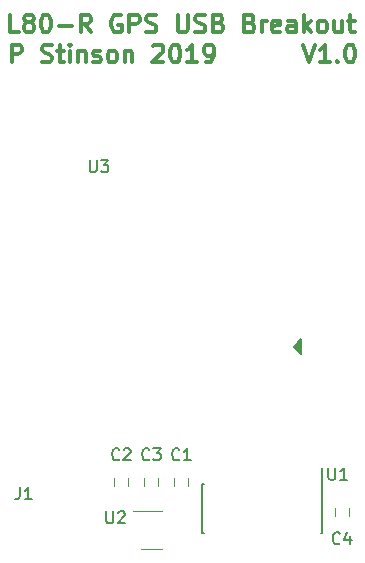
<source format=gto>
G04 #@! TF.FileFunction,Legend,Top*
%FSLAX46Y46*%
G04 Gerber Fmt 4.6, Leading zero omitted, Abs format (unit mm)*
G04 Created by KiCad (PCBNEW 4.0.7) date 07/18/19 16:41:38*
%MOMM*%
%LPD*%
G01*
G04 APERTURE LIST*
%ADD10C,0.100000*%
%ADD11C,0.300000*%
%ADD12C,0.150000*%
%ADD13C,0.120000*%
G04 APERTURE END LIST*
D10*
D11*
X155067286Y-80458571D02*
X155567286Y-81958571D01*
X156067286Y-80458571D01*
X157353000Y-81958571D02*
X156495857Y-81958571D01*
X156924429Y-81958571D02*
X156924429Y-80458571D01*
X156781572Y-80672857D01*
X156638714Y-80815714D01*
X156495857Y-80887143D01*
X157995857Y-81815714D02*
X158067285Y-81887143D01*
X157995857Y-81958571D01*
X157924428Y-81887143D01*
X157995857Y-81815714D01*
X157995857Y-81958571D01*
X158995857Y-80458571D02*
X159138714Y-80458571D01*
X159281571Y-80530000D01*
X159353000Y-80601429D01*
X159424429Y-80744286D01*
X159495857Y-81030000D01*
X159495857Y-81387143D01*
X159424429Y-81672857D01*
X159353000Y-81815714D01*
X159281571Y-81887143D01*
X159138714Y-81958571D01*
X158995857Y-81958571D01*
X158853000Y-81887143D01*
X158781571Y-81815714D01*
X158710143Y-81672857D01*
X158638714Y-81387143D01*
X158638714Y-81030000D01*
X158710143Y-80744286D01*
X158781571Y-80601429D01*
X158853000Y-80530000D01*
X158995857Y-80458571D01*
X130402287Y-81958571D02*
X130402287Y-80458571D01*
X130973715Y-80458571D01*
X131116573Y-80530000D01*
X131188001Y-80601429D01*
X131259430Y-80744286D01*
X131259430Y-80958571D01*
X131188001Y-81101429D01*
X131116573Y-81172857D01*
X130973715Y-81244286D01*
X130402287Y-81244286D01*
X132973715Y-81887143D02*
X133188001Y-81958571D01*
X133545144Y-81958571D01*
X133688001Y-81887143D01*
X133759430Y-81815714D01*
X133830858Y-81672857D01*
X133830858Y-81530000D01*
X133759430Y-81387143D01*
X133688001Y-81315714D01*
X133545144Y-81244286D01*
X133259430Y-81172857D01*
X133116572Y-81101429D01*
X133045144Y-81030000D01*
X132973715Y-80887143D01*
X132973715Y-80744286D01*
X133045144Y-80601429D01*
X133116572Y-80530000D01*
X133259430Y-80458571D01*
X133616572Y-80458571D01*
X133830858Y-80530000D01*
X134259429Y-80958571D02*
X134830858Y-80958571D01*
X134473715Y-80458571D02*
X134473715Y-81744286D01*
X134545143Y-81887143D01*
X134688001Y-81958571D01*
X134830858Y-81958571D01*
X135330858Y-81958571D02*
X135330858Y-80958571D01*
X135330858Y-80458571D02*
X135259429Y-80530000D01*
X135330858Y-80601429D01*
X135402286Y-80530000D01*
X135330858Y-80458571D01*
X135330858Y-80601429D01*
X136045144Y-80958571D02*
X136045144Y-81958571D01*
X136045144Y-81101429D02*
X136116572Y-81030000D01*
X136259430Y-80958571D01*
X136473715Y-80958571D01*
X136616572Y-81030000D01*
X136688001Y-81172857D01*
X136688001Y-81958571D01*
X137330858Y-81887143D02*
X137473715Y-81958571D01*
X137759430Y-81958571D01*
X137902287Y-81887143D01*
X137973715Y-81744286D01*
X137973715Y-81672857D01*
X137902287Y-81530000D01*
X137759430Y-81458571D01*
X137545144Y-81458571D01*
X137402287Y-81387143D01*
X137330858Y-81244286D01*
X137330858Y-81172857D01*
X137402287Y-81030000D01*
X137545144Y-80958571D01*
X137759430Y-80958571D01*
X137902287Y-81030000D01*
X138830859Y-81958571D02*
X138688001Y-81887143D01*
X138616573Y-81815714D01*
X138545144Y-81672857D01*
X138545144Y-81244286D01*
X138616573Y-81101429D01*
X138688001Y-81030000D01*
X138830859Y-80958571D01*
X139045144Y-80958571D01*
X139188001Y-81030000D01*
X139259430Y-81101429D01*
X139330859Y-81244286D01*
X139330859Y-81672857D01*
X139259430Y-81815714D01*
X139188001Y-81887143D01*
X139045144Y-81958571D01*
X138830859Y-81958571D01*
X139973716Y-80958571D02*
X139973716Y-81958571D01*
X139973716Y-81101429D02*
X140045144Y-81030000D01*
X140188002Y-80958571D01*
X140402287Y-80958571D01*
X140545144Y-81030000D01*
X140616573Y-81172857D01*
X140616573Y-81958571D01*
X142402287Y-80601429D02*
X142473716Y-80530000D01*
X142616573Y-80458571D01*
X142973716Y-80458571D01*
X143116573Y-80530000D01*
X143188002Y-80601429D01*
X143259430Y-80744286D01*
X143259430Y-80887143D01*
X143188002Y-81101429D01*
X142330859Y-81958571D01*
X143259430Y-81958571D01*
X144188001Y-80458571D02*
X144330858Y-80458571D01*
X144473715Y-80530000D01*
X144545144Y-80601429D01*
X144616573Y-80744286D01*
X144688001Y-81030000D01*
X144688001Y-81387143D01*
X144616573Y-81672857D01*
X144545144Y-81815714D01*
X144473715Y-81887143D01*
X144330858Y-81958571D01*
X144188001Y-81958571D01*
X144045144Y-81887143D01*
X143973715Y-81815714D01*
X143902287Y-81672857D01*
X143830858Y-81387143D01*
X143830858Y-81030000D01*
X143902287Y-80744286D01*
X143973715Y-80601429D01*
X144045144Y-80530000D01*
X144188001Y-80458571D01*
X146116572Y-81958571D02*
X145259429Y-81958571D01*
X145688001Y-81958571D02*
X145688001Y-80458571D01*
X145545144Y-80672857D01*
X145402286Y-80815714D01*
X145259429Y-80887143D01*
X146830857Y-81958571D02*
X147116572Y-81958571D01*
X147259429Y-81887143D01*
X147330857Y-81815714D01*
X147473715Y-81601429D01*
X147545143Y-81315714D01*
X147545143Y-80744286D01*
X147473715Y-80601429D01*
X147402286Y-80530000D01*
X147259429Y-80458571D01*
X146973715Y-80458571D01*
X146830857Y-80530000D01*
X146759429Y-80601429D01*
X146688000Y-80744286D01*
X146688000Y-81101429D01*
X146759429Y-81244286D01*
X146830857Y-81315714D01*
X146973715Y-81387143D01*
X147259429Y-81387143D01*
X147402286Y-81315714D01*
X147473715Y-81244286D01*
X147545143Y-81101429D01*
X131030001Y-79418571D02*
X130315715Y-79418571D01*
X130315715Y-77918571D01*
X131744287Y-78561429D02*
X131601429Y-78490000D01*
X131530001Y-78418571D01*
X131458572Y-78275714D01*
X131458572Y-78204286D01*
X131530001Y-78061429D01*
X131601429Y-77990000D01*
X131744287Y-77918571D01*
X132030001Y-77918571D01*
X132172858Y-77990000D01*
X132244287Y-78061429D01*
X132315715Y-78204286D01*
X132315715Y-78275714D01*
X132244287Y-78418571D01*
X132172858Y-78490000D01*
X132030001Y-78561429D01*
X131744287Y-78561429D01*
X131601429Y-78632857D01*
X131530001Y-78704286D01*
X131458572Y-78847143D01*
X131458572Y-79132857D01*
X131530001Y-79275714D01*
X131601429Y-79347143D01*
X131744287Y-79418571D01*
X132030001Y-79418571D01*
X132172858Y-79347143D01*
X132244287Y-79275714D01*
X132315715Y-79132857D01*
X132315715Y-78847143D01*
X132244287Y-78704286D01*
X132172858Y-78632857D01*
X132030001Y-78561429D01*
X133244286Y-77918571D02*
X133387143Y-77918571D01*
X133530000Y-77990000D01*
X133601429Y-78061429D01*
X133672858Y-78204286D01*
X133744286Y-78490000D01*
X133744286Y-78847143D01*
X133672858Y-79132857D01*
X133601429Y-79275714D01*
X133530000Y-79347143D01*
X133387143Y-79418571D01*
X133244286Y-79418571D01*
X133101429Y-79347143D01*
X133030000Y-79275714D01*
X132958572Y-79132857D01*
X132887143Y-78847143D01*
X132887143Y-78490000D01*
X132958572Y-78204286D01*
X133030000Y-78061429D01*
X133101429Y-77990000D01*
X133244286Y-77918571D01*
X134387143Y-78847143D02*
X135530000Y-78847143D01*
X137101429Y-79418571D02*
X136601429Y-78704286D01*
X136244286Y-79418571D02*
X136244286Y-77918571D01*
X136815714Y-77918571D01*
X136958572Y-77990000D01*
X137030000Y-78061429D01*
X137101429Y-78204286D01*
X137101429Y-78418571D01*
X137030000Y-78561429D01*
X136958572Y-78632857D01*
X136815714Y-78704286D01*
X136244286Y-78704286D01*
X139672857Y-77990000D02*
X139530000Y-77918571D01*
X139315714Y-77918571D01*
X139101429Y-77990000D01*
X138958571Y-78132857D01*
X138887143Y-78275714D01*
X138815714Y-78561429D01*
X138815714Y-78775714D01*
X138887143Y-79061429D01*
X138958571Y-79204286D01*
X139101429Y-79347143D01*
X139315714Y-79418571D01*
X139458571Y-79418571D01*
X139672857Y-79347143D01*
X139744286Y-79275714D01*
X139744286Y-78775714D01*
X139458571Y-78775714D01*
X140387143Y-79418571D02*
X140387143Y-77918571D01*
X140958571Y-77918571D01*
X141101429Y-77990000D01*
X141172857Y-78061429D01*
X141244286Y-78204286D01*
X141244286Y-78418571D01*
X141172857Y-78561429D01*
X141101429Y-78632857D01*
X140958571Y-78704286D01*
X140387143Y-78704286D01*
X141815714Y-79347143D02*
X142030000Y-79418571D01*
X142387143Y-79418571D01*
X142530000Y-79347143D01*
X142601429Y-79275714D01*
X142672857Y-79132857D01*
X142672857Y-78990000D01*
X142601429Y-78847143D01*
X142530000Y-78775714D01*
X142387143Y-78704286D01*
X142101429Y-78632857D01*
X141958571Y-78561429D01*
X141887143Y-78490000D01*
X141815714Y-78347143D01*
X141815714Y-78204286D01*
X141887143Y-78061429D01*
X141958571Y-77990000D01*
X142101429Y-77918571D01*
X142458571Y-77918571D01*
X142672857Y-77990000D01*
X144458571Y-77918571D02*
X144458571Y-79132857D01*
X144529999Y-79275714D01*
X144601428Y-79347143D01*
X144744285Y-79418571D01*
X145029999Y-79418571D01*
X145172857Y-79347143D01*
X145244285Y-79275714D01*
X145315714Y-79132857D01*
X145315714Y-77918571D01*
X145958571Y-79347143D02*
X146172857Y-79418571D01*
X146530000Y-79418571D01*
X146672857Y-79347143D01*
X146744286Y-79275714D01*
X146815714Y-79132857D01*
X146815714Y-78990000D01*
X146744286Y-78847143D01*
X146672857Y-78775714D01*
X146530000Y-78704286D01*
X146244286Y-78632857D01*
X146101428Y-78561429D01*
X146030000Y-78490000D01*
X145958571Y-78347143D01*
X145958571Y-78204286D01*
X146030000Y-78061429D01*
X146101428Y-77990000D01*
X146244286Y-77918571D01*
X146601428Y-77918571D01*
X146815714Y-77990000D01*
X147958571Y-78632857D02*
X148172857Y-78704286D01*
X148244285Y-78775714D01*
X148315714Y-78918571D01*
X148315714Y-79132857D01*
X148244285Y-79275714D01*
X148172857Y-79347143D01*
X148029999Y-79418571D01*
X147458571Y-79418571D01*
X147458571Y-77918571D01*
X147958571Y-77918571D01*
X148101428Y-77990000D01*
X148172857Y-78061429D01*
X148244285Y-78204286D01*
X148244285Y-78347143D01*
X148172857Y-78490000D01*
X148101428Y-78561429D01*
X147958571Y-78632857D01*
X147458571Y-78632857D01*
X150601428Y-78632857D02*
X150815714Y-78704286D01*
X150887142Y-78775714D01*
X150958571Y-78918571D01*
X150958571Y-79132857D01*
X150887142Y-79275714D01*
X150815714Y-79347143D01*
X150672856Y-79418571D01*
X150101428Y-79418571D01*
X150101428Y-77918571D01*
X150601428Y-77918571D01*
X150744285Y-77990000D01*
X150815714Y-78061429D01*
X150887142Y-78204286D01*
X150887142Y-78347143D01*
X150815714Y-78490000D01*
X150744285Y-78561429D01*
X150601428Y-78632857D01*
X150101428Y-78632857D01*
X151601428Y-79418571D02*
X151601428Y-78418571D01*
X151601428Y-78704286D02*
X151672856Y-78561429D01*
X151744285Y-78490000D01*
X151887142Y-78418571D01*
X152029999Y-78418571D01*
X153101427Y-79347143D02*
X152958570Y-79418571D01*
X152672856Y-79418571D01*
X152529999Y-79347143D01*
X152458570Y-79204286D01*
X152458570Y-78632857D01*
X152529999Y-78490000D01*
X152672856Y-78418571D01*
X152958570Y-78418571D01*
X153101427Y-78490000D01*
X153172856Y-78632857D01*
X153172856Y-78775714D01*
X152458570Y-78918571D01*
X154458570Y-79418571D02*
X154458570Y-78632857D01*
X154387141Y-78490000D01*
X154244284Y-78418571D01*
X153958570Y-78418571D01*
X153815713Y-78490000D01*
X154458570Y-79347143D02*
X154315713Y-79418571D01*
X153958570Y-79418571D01*
X153815713Y-79347143D01*
X153744284Y-79204286D01*
X153744284Y-79061429D01*
X153815713Y-78918571D01*
X153958570Y-78847143D01*
X154315713Y-78847143D01*
X154458570Y-78775714D01*
X155172856Y-79418571D02*
X155172856Y-77918571D01*
X155315713Y-78847143D02*
X155744284Y-79418571D01*
X155744284Y-78418571D02*
X155172856Y-78990000D01*
X156601428Y-79418571D02*
X156458570Y-79347143D01*
X156387142Y-79275714D01*
X156315713Y-79132857D01*
X156315713Y-78704286D01*
X156387142Y-78561429D01*
X156458570Y-78490000D01*
X156601428Y-78418571D01*
X156815713Y-78418571D01*
X156958570Y-78490000D01*
X157029999Y-78561429D01*
X157101428Y-78704286D01*
X157101428Y-79132857D01*
X157029999Y-79275714D01*
X156958570Y-79347143D01*
X156815713Y-79418571D01*
X156601428Y-79418571D01*
X158387142Y-78418571D02*
X158387142Y-79418571D01*
X157744285Y-78418571D02*
X157744285Y-79204286D01*
X157815713Y-79347143D01*
X157958571Y-79418571D01*
X158172856Y-79418571D01*
X158315713Y-79347143D01*
X158387142Y-79275714D01*
X158887142Y-78418571D02*
X159458571Y-78418571D01*
X159101428Y-77918571D02*
X159101428Y-79204286D01*
X159172856Y-79347143D01*
X159315714Y-79418571D01*
X159458571Y-79418571D01*
D12*
X154813000Y-106426000D02*
X154940000Y-106553000D01*
X154940000Y-105537000D02*
X154432000Y-106045000D01*
X154432000Y-106045000D02*
X154813000Y-106426000D01*
X154813000Y-106426000D02*
X154813000Y-105664000D01*
X154813000Y-105664000D02*
X154813000Y-105791000D01*
X154813000Y-105791000D02*
X154559000Y-106045000D01*
X154559000Y-106045000D02*
X154813000Y-106299000D01*
X154305000Y-106045000D02*
X154940000Y-105410000D01*
X154940000Y-105410000D02*
X154940000Y-106680000D01*
X154940000Y-106680000D02*
X154305000Y-106045000D01*
X154305000Y-106045000D02*
X154940000Y-106045000D01*
D13*
X144180000Y-117825000D02*
X144180000Y-117125000D01*
X145380000Y-117125000D02*
X145380000Y-117825000D01*
X140300000Y-117125000D02*
X140300000Y-117825000D01*
X139100000Y-117825000D02*
X139100000Y-117125000D01*
X142840000Y-117125000D02*
X142840000Y-117825000D01*
X141640000Y-117825000D02*
X141640000Y-117125000D01*
X158969000Y-119665000D02*
X158969000Y-120365000D01*
X157769000Y-120365000D02*
X157769000Y-119665000D01*
D12*
X156713000Y-117686000D02*
X156688000Y-117686000D01*
X156713000Y-121836000D02*
X156608000Y-121836000D01*
X146563000Y-121836000D02*
X146668000Y-121836000D01*
X146563000Y-117686000D02*
X146668000Y-117686000D01*
X156713000Y-117686000D02*
X156713000Y-121836000D01*
X146563000Y-117686000D02*
X146563000Y-121836000D01*
X156688000Y-117686000D02*
X156688000Y-116311000D01*
D13*
X141340000Y-123149000D02*
X143140000Y-123149000D01*
X143140000Y-119929000D02*
X140690000Y-119929000D01*
D12*
X137033095Y-90257381D02*
X137033095Y-91066905D01*
X137080714Y-91162143D01*
X137128333Y-91209762D01*
X137223571Y-91257381D01*
X137414048Y-91257381D01*
X137509286Y-91209762D01*
X137556905Y-91162143D01*
X137604524Y-91066905D01*
X137604524Y-90257381D01*
X137985476Y-90257381D02*
X138604524Y-90257381D01*
X138271190Y-90638333D01*
X138414048Y-90638333D01*
X138509286Y-90685952D01*
X138556905Y-90733571D01*
X138604524Y-90828810D01*
X138604524Y-91066905D01*
X138556905Y-91162143D01*
X138509286Y-91209762D01*
X138414048Y-91257381D01*
X138128333Y-91257381D01*
X138033095Y-91209762D01*
X137985476Y-91162143D01*
X144613334Y-115546143D02*
X144565715Y-115593762D01*
X144422858Y-115641381D01*
X144327620Y-115641381D01*
X144184762Y-115593762D01*
X144089524Y-115498524D01*
X144041905Y-115403286D01*
X143994286Y-115212810D01*
X143994286Y-115069952D01*
X144041905Y-114879476D01*
X144089524Y-114784238D01*
X144184762Y-114689000D01*
X144327620Y-114641381D01*
X144422858Y-114641381D01*
X144565715Y-114689000D01*
X144613334Y-114736619D01*
X145565715Y-115641381D02*
X144994286Y-115641381D01*
X145280000Y-115641381D02*
X145280000Y-114641381D01*
X145184762Y-114784238D01*
X145089524Y-114879476D01*
X144994286Y-114927095D01*
X139533334Y-115546143D02*
X139485715Y-115593762D01*
X139342858Y-115641381D01*
X139247620Y-115641381D01*
X139104762Y-115593762D01*
X139009524Y-115498524D01*
X138961905Y-115403286D01*
X138914286Y-115212810D01*
X138914286Y-115069952D01*
X138961905Y-114879476D01*
X139009524Y-114784238D01*
X139104762Y-114689000D01*
X139247620Y-114641381D01*
X139342858Y-114641381D01*
X139485715Y-114689000D01*
X139533334Y-114736619D01*
X139914286Y-114736619D02*
X139961905Y-114689000D01*
X140057143Y-114641381D01*
X140295239Y-114641381D01*
X140390477Y-114689000D01*
X140438096Y-114736619D01*
X140485715Y-114831857D01*
X140485715Y-114927095D01*
X140438096Y-115069952D01*
X139866667Y-115641381D01*
X140485715Y-115641381D01*
X142073334Y-115546143D02*
X142025715Y-115593762D01*
X141882858Y-115641381D01*
X141787620Y-115641381D01*
X141644762Y-115593762D01*
X141549524Y-115498524D01*
X141501905Y-115403286D01*
X141454286Y-115212810D01*
X141454286Y-115069952D01*
X141501905Y-114879476D01*
X141549524Y-114784238D01*
X141644762Y-114689000D01*
X141787620Y-114641381D01*
X141882858Y-114641381D01*
X142025715Y-114689000D01*
X142073334Y-114736619D01*
X142406667Y-114641381D02*
X143025715Y-114641381D01*
X142692381Y-115022333D01*
X142835239Y-115022333D01*
X142930477Y-115069952D01*
X142978096Y-115117571D01*
X143025715Y-115212810D01*
X143025715Y-115450905D01*
X142978096Y-115546143D01*
X142930477Y-115593762D01*
X142835239Y-115641381D01*
X142549524Y-115641381D01*
X142454286Y-115593762D01*
X142406667Y-115546143D01*
X158202334Y-122658143D02*
X158154715Y-122705762D01*
X158011858Y-122753381D01*
X157916620Y-122753381D01*
X157773762Y-122705762D01*
X157678524Y-122610524D01*
X157630905Y-122515286D01*
X157583286Y-122324810D01*
X157583286Y-122181952D01*
X157630905Y-121991476D01*
X157678524Y-121896238D01*
X157773762Y-121801000D01*
X157916620Y-121753381D01*
X158011858Y-121753381D01*
X158154715Y-121801000D01*
X158202334Y-121848619D01*
X159059477Y-122086714D02*
X159059477Y-122753381D01*
X158821381Y-121705762D02*
X158583286Y-122420048D01*
X159202334Y-122420048D01*
X131111667Y-117943381D02*
X131111667Y-118657667D01*
X131064047Y-118800524D01*
X130968809Y-118895762D01*
X130825952Y-118943381D01*
X130730714Y-118943381D01*
X132111667Y-118943381D02*
X131540238Y-118943381D01*
X131825952Y-118943381D02*
X131825952Y-117943381D01*
X131730714Y-118086238D01*
X131635476Y-118181476D01*
X131540238Y-118229095D01*
X157226095Y-116292381D02*
X157226095Y-117101905D01*
X157273714Y-117197143D01*
X157321333Y-117244762D01*
X157416571Y-117292381D01*
X157607048Y-117292381D01*
X157702286Y-117244762D01*
X157749905Y-117197143D01*
X157797524Y-117101905D01*
X157797524Y-116292381D01*
X158797524Y-117292381D02*
X158226095Y-117292381D01*
X158511809Y-117292381D02*
X158511809Y-116292381D01*
X158416571Y-116435238D01*
X158321333Y-116530476D01*
X158226095Y-116578095D01*
X138430095Y-119975381D02*
X138430095Y-120784905D01*
X138477714Y-120880143D01*
X138525333Y-120927762D01*
X138620571Y-120975381D01*
X138811048Y-120975381D01*
X138906286Y-120927762D01*
X138953905Y-120880143D01*
X139001524Y-120784905D01*
X139001524Y-119975381D01*
X139430095Y-120070619D02*
X139477714Y-120023000D01*
X139572952Y-119975381D01*
X139811048Y-119975381D01*
X139906286Y-120023000D01*
X139953905Y-120070619D01*
X140001524Y-120165857D01*
X140001524Y-120261095D01*
X139953905Y-120403952D01*
X139382476Y-120975381D01*
X140001524Y-120975381D01*
M02*

</source>
